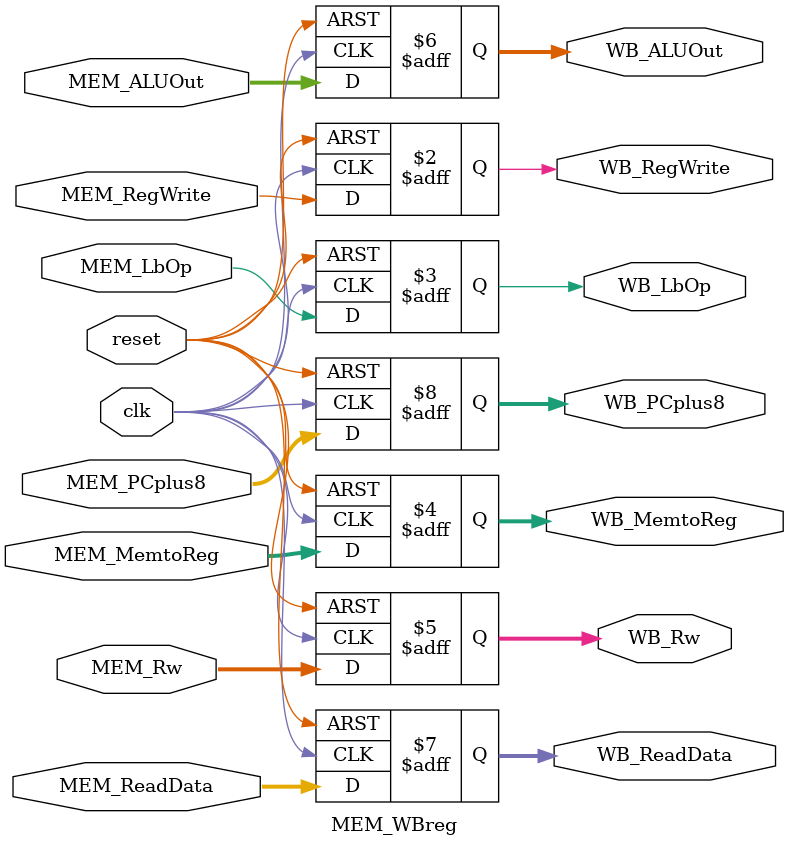
<source format=v>
module MEM_WBreg(clk,reset,MEM_MemtoReg,MEM_RegWrite,MEM_ALUOut,MEM_ReadData,MEM_Rw,MEM_LbOp,MEM_PCplus8,
              WB_MemtoReg,WB_ALUOut,WB_ReadData,WB_Rw,WB_RegWrite,WB_LbOp,WB_PCplus8
             );

input clk,reset,MEM_RegWrite,MEM_LbOp;
input [1:0] MEM_MemtoReg;
input [4:0] MEM_Rw;
input [31:0] MEM_ALUOut;
input [31:0] MEM_ReadData;
input [31:0] MEM_PCplus8;

output reg WB_RegWrite,WB_LbOp;
output reg [1:0] WB_MemtoReg;
output reg [4:0] WB_Rw;
output reg [31:0] WB_ALUOut;
output reg [31:0] WB_ReadData;
output reg [31:0] WB_PCplus8;

always@(posedge clk or posedge reset)
  if(reset)
   begin
         WB_MemtoReg<=2'b00;
         WB_RegWrite<=1'b0;
         WB_LbOp<=1'b0;
         WB_ALUOut<=32'b0;
         WB_ReadData<=32'b0;
         WB_Rw<=5'b0;
         WB_PCplus8<=32'b0;
   end
  else
    begin
      WB_MemtoReg<=MEM_MemtoReg;
      WB_RegWrite<=MEM_RegWrite;
      WB_LbOp<=MEM_LbOp;
      WB_ALUOut<=MEM_ALUOut;
      WB_ReadData<=MEM_ReadData;
      WB_Rw<=MEM_Rw;
      WB_PCplus8<=MEM_PCplus8;
    end
    
endmodule
</source>
